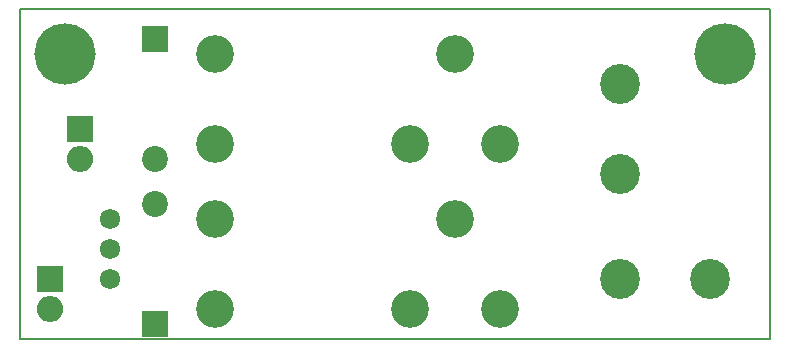
<source format=gbs>
%TF.FileFunction,Soldermask,Bot*%
%FSLAX46Y46*%
G04 Gerber Fmt 4.6, Leading zero omitted, Abs format (unit mm)*
G04 Created by KiCad (PCBNEW (2015-02-11 BZR 5414)-product) date dim. 22 févr. 2015 23:01:40 CET*
%MOMM*%
G01*
G04 APERTURE LIST*
%ADD10C,0.150000*%
%ADD11C,2.198980*%
%ADD12R,2.198980X2.198980*%
%ADD13C,3.199740*%
%ADD14R,2.232000X2.232000*%
%ADD15O,2.232000X2.232000*%
%ADD16C,1.724000*%
%ADD17C,5.200000*%
%ADD18C,3.375000*%
G04 APERTURE END LIST*
D10*
X137160000Y-81280000D02*
X137160000Y-53340000D01*
X200660000Y-81280000D02*
X137160000Y-81280000D01*
X200660000Y-53340000D02*
X200660000Y-81280000D01*
X137160000Y-53340000D02*
X200660000Y-53340000D01*
D11*
X148590000Y-69850000D03*
D12*
X148590000Y-80010000D03*
D11*
X148590000Y-66040000D03*
D12*
X148590000Y-55880000D03*
D13*
X170180000Y-78740000D03*
X153670000Y-71120000D03*
X153670000Y-78740000D03*
X173990000Y-71120000D03*
X177800000Y-78740000D03*
X170180000Y-64770000D03*
X153670000Y-57150000D03*
X153670000Y-64770000D03*
X173990000Y-57150000D03*
X177800000Y-64770000D03*
D14*
X142240000Y-63500000D03*
D15*
X142240000Y-66040000D03*
D14*
X139700000Y-76200000D03*
D15*
X139700000Y-78740000D03*
D16*
X144780000Y-73660000D03*
X144780000Y-71120000D03*
X144780000Y-76200000D03*
D17*
X196850000Y-57150000D03*
X140970000Y-57150000D03*
D18*
X187960000Y-67310000D03*
X187960000Y-59690000D03*
X187960000Y-76200000D03*
X195580000Y-76200000D03*
M02*

</source>
